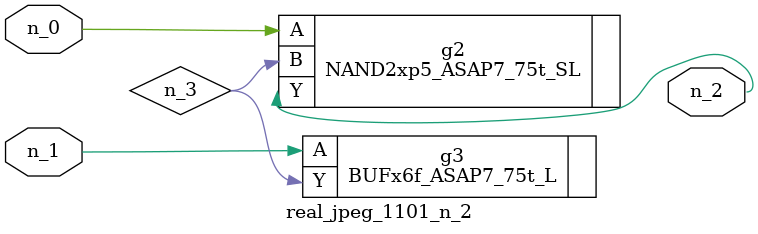
<source format=v>
module real_jpeg_1101_n_2 (n_1, n_0, n_2);

input n_1;
input n_0;

output n_2;

wire n_3;

NAND2xp5_ASAP7_75t_SL g2 ( 
.A(n_0),
.B(n_3),
.Y(n_2)
);

BUFx6f_ASAP7_75t_L g3 ( 
.A(n_1),
.Y(n_3)
);


endmodule
</source>
